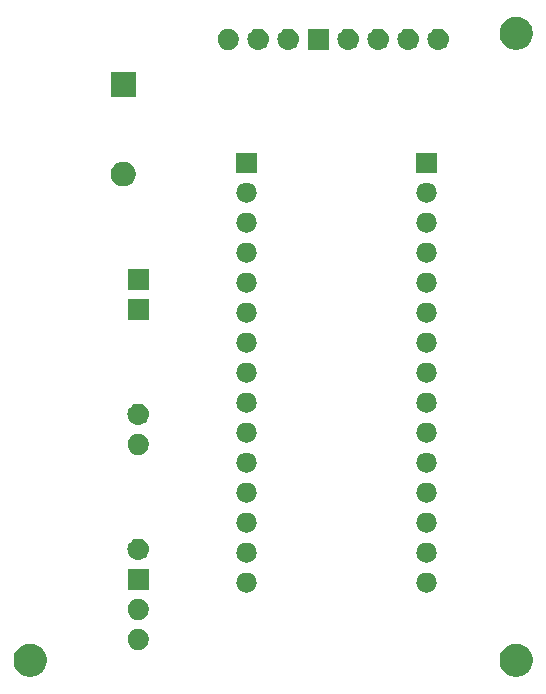
<source format=gbr>
G04 #@! TF.GenerationSoftware,KiCad,Pcbnew,(5.1.4)-1*
G04 #@! TF.CreationDate,2020-10-08T18:03:48-04:00*
G04 #@! TF.ProjectId,LapTimerBoard,4c617054-696d-4657-9242-6f6172642e6b,rev?*
G04 #@! TF.SameCoordinates,Original*
G04 #@! TF.FileFunction,Soldermask,Top*
G04 #@! TF.FilePolarity,Negative*
%FSLAX46Y46*%
G04 Gerber Fmt 4.6, Leading zero omitted, Abs format (unit mm)*
G04 Created by KiCad (PCBNEW (5.1.4)-1) date 2020-10-08 18:03:48*
%MOMM*%
%LPD*%
G04 APERTURE LIST*
%ADD10C,0.100000*%
G04 APERTURE END LIST*
D10*
G36*
X142812433Y-138842893D02*
G01*
X142902657Y-138860839D01*
X143008267Y-138904585D01*
X143157621Y-138966449D01*
X143157622Y-138966450D01*
X143387086Y-139119772D01*
X143582228Y-139314914D01*
X143592976Y-139331000D01*
X143735551Y-139544379D01*
X143841161Y-139799344D01*
X143895000Y-140070012D01*
X143895000Y-140345988D01*
X143841161Y-140616656D01*
X143735551Y-140871621D01*
X143735550Y-140871622D01*
X143582228Y-141101086D01*
X143387086Y-141296228D01*
X143233763Y-141398675D01*
X143157621Y-141449551D01*
X143008267Y-141511415D01*
X142902657Y-141555161D01*
X142812433Y-141573107D01*
X142631988Y-141609000D01*
X142356012Y-141609000D01*
X142175567Y-141573107D01*
X142085343Y-141555161D01*
X141979733Y-141511415D01*
X141830379Y-141449551D01*
X141754237Y-141398675D01*
X141600914Y-141296228D01*
X141405772Y-141101086D01*
X141252450Y-140871622D01*
X141252449Y-140871621D01*
X141146839Y-140616656D01*
X141093000Y-140345988D01*
X141093000Y-140070012D01*
X141146839Y-139799344D01*
X141252449Y-139544379D01*
X141395024Y-139331000D01*
X141405772Y-139314914D01*
X141600914Y-139119772D01*
X141830378Y-138966450D01*
X141830379Y-138966449D01*
X141979733Y-138904585D01*
X142085343Y-138860839D01*
X142175567Y-138842893D01*
X142356012Y-138807000D01*
X142631988Y-138807000D01*
X142812433Y-138842893D01*
X142812433Y-138842893D01*
G37*
G36*
X101664433Y-138842893D02*
G01*
X101754657Y-138860839D01*
X101860267Y-138904585D01*
X102009621Y-138966449D01*
X102009622Y-138966450D01*
X102239086Y-139119772D01*
X102434228Y-139314914D01*
X102444976Y-139331000D01*
X102587551Y-139544379D01*
X102693161Y-139799344D01*
X102747000Y-140070012D01*
X102747000Y-140345988D01*
X102693161Y-140616656D01*
X102587551Y-140871621D01*
X102587550Y-140871622D01*
X102434228Y-141101086D01*
X102239086Y-141296228D01*
X102085763Y-141398675D01*
X102009621Y-141449551D01*
X101860267Y-141511415D01*
X101754657Y-141555161D01*
X101664433Y-141573107D01*
X101483988Y-141609000D01*
X101208012Y-141609000D01*
X101027567Y-141573107D01*
X100937343Y-141555161D01*
X100831733Y-141511415D01*
X100682379Y-141449551D01*
X100606237Y-141398675D01*
X100452914Y-141296228D01*
X100257772Y-141101086D01*
X100104450Y-140871622D01*
X100104449Y-140871621D01*
X99998839Y-140616656D01*
X99945000Y-140345988D01*
X99945000Y-140070012D01*
X99998839Y-139799344D01*
X100104449Y-139544379D01*
X100247024Y-139331000D01*
X100257772Y-139314914D01*
X100452914Y-139119772D01*
X100682378Y-138966450D01*
X100682379Y-138966449D01*
X100831733Y-138904585D01*
X100937343Y-138860839D01*
X101027567Y-138842893D01*
X101208012Y-138807000D01*
X101483988Y-138807000D01*
X101664433Y-138842893D01*
X101664433Y-138842893D01*
G37*
G36*
X110603512Y-137533927D02*
G01*
X110752812Y-137563624D01*
X110916784Y-137631544D01*
X111064354Y-137730147D01*
X111189853Y-137855646D01*
X111288456Y-138003216D01*
X111356376Y-138167188D01*
X111391000Y-138341259D01*
X111391000Y-138518741D01*
X111356376Y-138692812D01*
X111288456Y-138856784D01*
X111189853Y-139004354D01*
X111064354Y-139129853D01*
X110916784Y-139228456D01*
X110752812Y-139296376D01*
X110603512Y-139326073D01*
X110578742Y-139331000D01*
X110401258Y-139331000D01*
X110376488Y-139326073D01*
X110227188Y-139296376D01*
X110063216Y-139228456D01*
X109915646Y-139129853D01*
X109790147Y-139004354D01*
X109691544Y-138856784D01*
X109623624Y-138692812D01*
X109589000Y-138518741D01*
X109589000Y-138341259D01*
X109623624Y-138167188D01*
X109691544Y-138003216D01*
X109790147Y-137855646D01*
X109915646Y-137730147D01*
X110063216Y-137631544D01*
X110227188Y-137563624D01*
X110376488Y-137533927D01*
X110401258Y-137529000D01*
X110578742Y-137529000D01*
X110603512Y-137533927D01*
X110603512Y-137533927D01*
G37*
G36*
X110603512Y-134993927D02*
G01*
X110752812Y-135023624D01*
X110916784Y-135091544D01*
X111064354Y-135190147D01*
X111189853Y-135315646D01*
X111288456Y-135463216D01*
X111356376Y-135627188D01*
X111391000Y-135801259D01*
X111391000Y-135978741D01*
X111356376Y-136152812D01*
X111288456Y-136316784D01*
X111189853Y-136464354D01*
X111064354Y-136589853D01*
X110916784Y-136688456D01*
X110752812Y-136756376D01*
X110603512Y-136786073D01*
X110578742Y-136791000D01*
X110401258Y-136791000D01*
X110376488Y-136786073D01*
X110227188Y-136756376D01*
X110063216Y-136688456D01*
X109915646Y-136589853D01*
X109790147Y-136464354D01*
X109691544Y-136316784D01*
X109623624Y-136152812D01*
X109589000Y-135978741D01*
X109589000Y-135801259D01*
X109623624Y-135627188D01*
X109691544Y-135463216D01*
X109790147Y-135315646D01*
X109915646Y-135190147D01*
X110063216Y-135091544D01*
X110227188Y-135023624D01*
X110376488Y-134993927D01*
X110401258Y-134989000D01*
X110578742Y-134989000D01*
X110603512Y-134993927D01*
X110603512Y-134993927D01*
G37*
G36*
X135071824Y-132786314D02*
G01*
X135232243Y-132834977D01*
X135364907Y-132905887D01*
X135380079Y-132913997D01*
X135509660Y-133020342D01*
X135616005Y-133149923D01*
X135616006Y-133149925D01*
X135695025Y-133297759D01*
X135743688Y-133458178D01*
X135760118Y-133625001D01*
X135743688Y-133791824D01*
X135695025Y-133952243D01*
X135624115Y-134084907D01*
X135616005Y-134100079D01*
X135509660Y-134229660D01*
X135380079Y-134336005D01*
X135380077Y-134336006D01*
X135232243Y-134415025D01*
X135071824Y-134463688D01*
X134946805Y-134476001D01*
X134863197Y-134476001D01*
X134738178Y-134463688D01*
X134577759Y-134415025D01*
X134429925Y-134336006D01*
X134429923Y-134336005D01*
X134300342Y-134229660D01*
X134193997Y-134100079D01*
X134185887Y-134084907D01*
X134114977Y-133952243D01*
X134066314Y-133791824D01*
X134049884Y-133625001D01*
X134066314Y-133458178D01*
X134114977Y-133297759D01*
X134193996Y-133149925D01*
X134193997Y-133149923D01*
X134300342Y-133020342D01*
X134429923Y-132913997D01*
X134445095Y-132905887D01*
X134577759Y-132834977D01*
X134738178Y-132786314D01*
X134863197Y-132774001D01*
X134946805Y-132774001D01*
X135071824Y-132786314D01*
X135071824Y-132786314D01*
G37*
G36*
X119831824Y-132786314D02*
G01*
X119992243Y-132834977D01*
X120124907Y-132905887D01*
X120140079Y-132913997D01*
X120269660Y-133020342D01*
X120376005Y-133149923D01*
X120376006Y-133149925D01*
X120455025Y-133297759D01*
X120503688Y-133458178D01*
X120520118Y-133625001D01*
X120503688Y-133791824D01*
X120455025Y-133952243D01*
X120384115Y-134084907D01*
X120376005Y-134100079D01*
X120269660Y-134229660D01*
X120140079Y-134336005D01*
X120140077Y-134336006D01*
X119992243Y-134415025D01*
X119831824Y-134463688D01*
X119706805Y-134476001D01*
X119623197Y-134476001D01*
X119498178Y-134463688D01*
X119337759Y-134415025D01*
X119189925Y-134336006D01*
X119189923Y-134336005D01*
X119060342Y-134229660D01*
X118953997Y-134100079D01*
X118945887Y-134084907D01*
X118874977Y-133952243D01*
X118826314Y-133791824D01*
X118809884Y-133625001D01*
X118826314Y-133458178D01*
X118874977Y-133297759D01*
X118953996Y-133149925D01*
X118953997Y-133149923D01*
X119060342Y-133020342D01*
X119189923Y-132913997D01*
X119205095Y-132905887D01*
X119337759Y-132834977D01*
X119498178Y-132786314D01*
X119623197Y-132774001D01*
X119706805Y-132774001D01*
X119831824Y-132786314D01*
X119831824Y-132786314D01*
G37*
G36*
X111391000Y-134251000D02*
G01*
X109589000Y-134251000D01*
X109589000Y-132449000D01*
X111391000Y-132449000D01*
X111391000Y-134251000D01*
X111391000Y-134251000D01*
G37*
G36*
X135071824Y-130246314D02*
G01*
X135232243Y-130294977D01*
X135364907Y-130365887D01*
X135380079Y-130373997D01*
X135509660Y-130480342D01*
X135616005Y-130609923D01*
X135616006Y-130609925D01*
X135695025Y-130757759D01*
X135743688Y-130918178D01*
X135760118Y-131085001D01*
X135743688Y-131251824D01*
X135695025Y-131412243D01*
X135674744Y-131450186D01*
X135616005Y-131560079D01*
X135509660Y-131689660D01*
X135380079Y-131796005D01*
X135380077Y-131796006D01*
X135232243Y-131875025D01*
X135071824Y-131923688D01*
X134946805Y-131936001D01*
X134863197Y-131936001D01*
X134738178Y-131923688D01*
X134577759Y-131875025D01*
X134429925Y-131796006D01*
X134429923Y-131796005D01*
X134300342Y-131689660D01*
X134193997Y-131560079D01*
X134135258Y-131450186D01*
X134114977Y-131412243D01*
X134066314Y-131251824D01*
X134049884Y-131085001D01*
X134066314Y-130918178D01*
X134114977Y-130757759D01*
X134193996Y-130609925D01*
X134193997Y-130609923D01*
X134300342Y-130480342D01*
X134429923Y-130373997D01*
X134445095Y-130365887D01*
X134577759Y-130294977D01*
X134738178Y-130246314D01*
X134863197Y-130234001D01*
X134946805Y-130234001D01*
X135071824Y-130246314D01*
X135071824Y-130246314D01*
G37*
G36*
X119831824Y-130246314D02*
G01*
X119992243Y-130294977D01*
X120124907Y-130365887D01*
X120140079Y-130373997D01*
X120269660Y-130480342D01*
X120376005Y-130609923D01*
X120376006Y-130609925D01*
X120455025Y-130757759D01*
X120503688Y-130918178D01*
X120520118Y-131085001D01*
X120503688Y-131251824D01*
X120455025Y-131412243D01*
X120434744Y-131450186D01*
X120376005Y-131560079D01*
X120269660Y-131689660D01*
X120140079Y-131796005D01*
X120140077Y-131796006D01*
X119992243Y-131875025D01*
X119831824Y-131923688D01*
X119706805Y-131936001D01*
X119623197Y-131936001D01*
X119498178Y-131923688D01*
X119337759Y-131875025D01*
X119189925Y-131796006D01*
X119189923Y-131796005D01*
X119060342Y-131689660D01*
X118953997Y-131560079D01*
X118895258Y-131450186D01*
X118874977Y-131412243D01*
X118826314Y-131251824D01*
X118809884Y-131085001D01*
X118826314Y-130918178D01*
X118874977Y-130757759D01*
X118953996Y-130609925D01*
X118953997Y-130609923D01*
X119060342Y-130480342D01*
X119189923Y-130373997D01*
X119205095Y-130365887D01*
X119337759Y-130294977D01*
X119498178Y-130246314D01*
X119623197Y-130234001D01*
X119706805Y-130234001D01*
X119831824Y-130246314D01*
X119831824Y-130246314D01*
G37*
G36*
X110600442Y-129915518D02*
G01*
X110666627Y-129922037D01*
X110836466Y-129973557D01*
X110992991Y-130057222D01*
X111028729Y-130086552D01*
X111130186Y-130169814D01*
X111213448Y-130271271D01*
X111242778Y-130307009D01*
X111326443Y-130463534D01*
X111377963Y-130633373D01*
X111395359Y-130810000D01*
X111377963Y-130986627D01*
X111326443Y-131156466D01*
X111242778Y-131312991D01*
X111213448Y-131348729D01*
X111130186Y-131450186D01*
X111028729Y-131533448D01*
X110992991Y-131562778D01*
X110836466Y-131646443D01*
X110666627Y-131697963D01*
X110600443Y-131704481D01*
X110534260Y-131711000D01*
X110445740Y-131711000D01*
X110379557Y-131704481D01*
X110313373Y-131697963D01*
X110143534Y-131646443D01*
X109987009Y-131562778D01*
X109951271Y-131533448D01*
X109849814Y-131450186D01*
X109766552Y-131348729D01*
X109737222Y-131312991D01*
X109653557Y-131156466D01*
X109602037Y-130986627D01*
X109584641Y-130810000D01*
X109602037Y-130633373D01*
X109653557Y-130463534D01*
X109737222Y-130307009D01*
X109766552Y-130271271D01*
X109849814Y-130169814D01*
X109951271Y-130086552D01*
X109987009Y-130057222D01*
X110143534Y-129973557D01*
X110313373Y-129922037D01*
X110379558Y-129915518D01*
X110445740Y-129909000D01*
X110534260Y-129909000D01*
X110600442Y-129915518D01*
X110600442Y-129915518D01*
G37*
G36*
X119831824Y-127706314D02*
G01*
X119992243Y-127754977D01*
X120124907Y-127825887D01*
X120140079Y-127833997D01*
X120269660Y-127940342D01*
X120376005Y-128069923D01*
X120376006Y-128069925D01*
X120455025Y-128217759D01*
X120503688Y-128378178D01*
X120520118Y-128545001D01*
X120503688Y-128711824D01*
X120455025Y-128872243D01*
X120384115Y-129004907D01*
X120376005Y-129020079D01*
X120269660Y-129149660D01*
X120140079Y-129256005D01*
X120140077Y-129256006D01*
X119992243Y-129335025D01*
X119831824Y-129383688D01*
X119706805Y-129396001D01*
X119623197Y-129396001D01*
X119498178Y-129383688D01*
X119337759Y-129335025D01*
X119189925Y-129256006D01*
X119189923Y-129256005D01*
X119060342Y-129149660D01*
X118953997Y-129020079D01*
X118945887Y-129004907D01*
X118874977Y-128872243D01*
X118826314Y-128711824D01*
X118809884Y-128545001D01*
X118826314Y-128378178D01*
X118874977Y-128217759D01*
X118953996Y-128069925D01*
X118953997Y-128069923D01*
X119060342Y-127940342D01*
X119189923Y-127833997D01*
X119205095Y-127825887D01*
X119337759Y-127754977D01*
X119498178Y-127706314D01*
X119623197Y-127694001D01*
X119706805Y-127694001D01*
X119831824Y-127706314D01*
X119831824Y-127706314D01*
G37*
G36*
X135071824Y-127706314D02*
G01*
X135232243Y-127754977D01*
X135364907Y-127825887D01*
X135380079Y-127833997D01*
X135509660Y-127940342D01*
X135616005Y-128069923D01*
X135616006Y-128069925D01*
X135695025Y-128217759D01*
X135743688Y-128378178D01*
X135760118Y-128545001D01*
X135743688Y-128711824D01*
X135695025Y-128872243D01*
X135624115Y-129004907D01*
X135616005Y-129020079D01*
X135509660Y-129149660D01*
X135380079Y-129256005D01*
X135380077Y-129256006D01*
X135232243Y-129335025D01*
X135071824Y-129383688D01*
X134946805Y-129396001D01*
X134863197Y-129396001D01*
X134738178Y-129383688D01*
X134577759Y-129335025D01*
X134429925Y-129256006D01*
X134429923Y-129256005D01*
X134300342Y-129149660D01*
X134193997Y-129020079D01*
X134185887Y-129004907D01*
X134114977Y-128872243D01*
X134066314Y-128711824D01*
X134049884Y-128545001D01*
X134066314Y-128378178D01*
X134114977Y-128217759D01*
X134193996Y-128069925D01*
X134193997Y-128069923D01*
X134300342Y-127940342D01*
X134429923Y-127833997D01*
X134445095Y-127825887D01*
X134577759Y-127754977D01*
X134738178Y-127706314D01*
X134863197Y-127694001D01*
X134946805Y-127694001D01*
X135071824Y-127706314D01*
X135071824Y-127706314D01*
G37*
G36*
X119831824Y-125166314D02*
G01*
X119992243Y-125214977D01*
X120124907Y-125285887D01*
X120140079Y-125293997D01*
X120269660Y-125400342D01*
X120376005Y-125529923D01*
X120376006Y-125529925D01*
X120455025Y-125677759D01*
X120503688Y-125838178D01*
X120520118Y-126005001D01*
X120503688Y-126171824D01*
X120455025Y-126332243D01*
X120384115Y-126464907D01*
X120376005Y-126480079D01*
X120269660Y-126609660D01*
X120140079Y-126716005D01*
X120140077Y-126716006D01*
X119992243Y-126795025D01*
X119831824Y-126843688D01*
X119706805Y-126856001D01*
X119623197Y-126856001D01*
X119498178Y-126843688D01*
X119337759Y-126795025D01*
X119189925Y-126716006D01*
X119189923Y-126716005D01*
X119060342Y-126609660D01*
X118953997Y-126480079D01*
X118945887Y-126464907D01*
X118874977Y-126332243D01*
X118826314Y-126171824D01*
X118809884Y-126005001D01*
X118826314Y-125838178D01*
X118874977Y-125677759D01*
X118953996Y-125529925D01*
X118953997Y-125529923D01*
X119060342Y-125400342D01*
X119189923Y-125293997D01*
X119205095Y-125285887D01*
X119337759Y-125214977D01*
X119498178Y-125166314D01*
X119623197Y-125154001D01*
X119706805Y-125154001D01*
X119831824Y-125166314D01*
X119831824Y-125166314D01*
G37*
G36*
X135071824Y-125166314D02*
G01*
X135232243Y-125214977D01*
X135364907Y-125285887D01*
X135380079Y-125293997D01*
X135509660Y-125400342D01*
X135616005Y-125529923D01*
X135616006Y-125529925D01*
X135695025Y-125677759D01*
X135743688Y-125838178D01*
X135760118Y-126005001D01*
X135743688Y-126171824D01*
X135695025Y-126332243D01*
X135624115Y-126464907D01*
X135616005Y-126480079D01*
X135509660Y-126609660D01*
X135380079Y-126716005D01*
X135380077Y-126716006D01*
X135232243Y-126795025D01*
X135071824Y-126843688D01*
X134946805Y-126856001D01*
X134863197Y-126856001D01*
X134738178Y-126843688D01*
X134577759Y-126795025D01*
X134429925Y-126716006D01*
X134429923Y-126716005D01*
X134300342Y-126609660D01*
X134193997Y-126480079D01*
X134185887Y-126464907D01*
X134114977Y-126332243D01*
X134066314Y-126171824D01*
X134049884Y-126005001D01*
X134066314Y-125838178D01*
X134114977Y-125677759D01*
X134193996Y-125529925D01*
X134193997Y-125529923D01*
X134300342Y-125400342D01*
X134429923Y-125293997D01*
X134445095Y-125285887D01*
X134577759Y-125214977D01*
X134738178Y-125166314D01*
X134863197Y-125154001D01*
X134946805Y-125154001D01*
X135071824Y-125166314D01*
X135071824Y-125166314D01*
G37*
G36*
X119831824Y-122626314D02*
G01*
X119992243Y-122674977D01*
X120073586Y-122718456D01*
X120140079Y-122753997D01*
X120269660Y-122860342D01*
X120376005Y-122989923D01*
X120376006Y-122989925D01*
X120455025Y-123137759D01*
X120503688Y-123298178D01*
X120520118Y-123465001D01*
X120503688Y-123631824D01*
X120455025Y-123792243D01*
X120384115Y-123924907D01*
X120376005Y-123940079D01*
X120269660Y-124069660D01*
X120140079Y-124176005D01*
X120140077Y-124176006D01*
X119992243Y-124255025D01*
X119831824Y-124303688D01*
X119706805Y-124316001D01*
X119623197Y-124316001D01*
X119498178Y-124303688D01*
X119337759Y-124255025D01*
X119189925Y-124176006D01*
X119189923Y-124176005D01*
X119060342Y-124069660D01*
X118953997Y-123940079D01*
X118945887Y-123924907D01*
X118874977Y-123792243D01*
X118826314Y-123631824D01*
X118809884Y-123465001D01*
X118826314Y-123298178D01*
X118874977Y-123137759D01*
X118953996Y-122989925D01*
X118953997Y-122989923D01*
X119060342Y-122860342D01*
X119189923Y-122753997D01*
X119256416Y-122718456D01*
X119337759Y-122674977D01*
X119498178Y-122626314D01*
X119623197Y-122614001D01*
X119706805Y-122614001D01*
X119831824Y-122626314D01*
X119831824Y-122626314D01*
G37*
G36*
X135071824Y-122626314D02*
G01*
X135232243Y-122674977D01*
X135313586Y-122718456D01*
X135380079Y-122753997D01*
X135509660Y-122860342D01*
X135616005Y-122989923D01*
X135616006Y-122989925D01*
X135695025Y-123137759D01*
X135743688Y-123298178D01*
X135760118Y-123465001D01*
X135743688Y-123631824D01*
X135695025Y-123792243D01*
X135624115Y-123924907D01*
X135616005Y-123940079D01*
X135509660Y-124069660D01*
X135380079Y-124176005D01*
X135380077Y-124176006D01*
X135232243Y-124255025D01*
X135071824Y-124303688D01*
X134946805Y-124316001D01*
X134863197Y-124316001D01*
X134738178Y-124303688D01*
X134577759Y-124255025D01*
X134429925Y-124176006D01*
X134429923Y-124176005D01*
X134300342Y-124069660D01*
X134193997Y-123940079D01*
X134185887Y-123924907D01*
X134114977Y-123792243D01*
X134066314Y-123631824D01*
X134049884Y-123465001D01*
X134066314Y-123298178D01*
X134114977Y-123137759D01*
X134193996Y-122989925D01*
X134193997Y-122989923D01*
X134300342Y-122860342D01*
X134429923Y-122753997D01*
X134496416Y-122718456D01*
X134577759Y-122674977D01*
X134738178Y-122626314D01*
X134863197Y-122614001D01*
X134946805Y-122614001D01*
X135071824Y-122626314D01*
X135071824Y-122626314D01*
G37*
G36*
X110603512Y-121023927D02*
G01*
X110752812Y-121053624D01*
X110916784Y-121121544D01*
X111064354Y-121220147D01*
X111189853Y-121345646D01*
X111288456Y-121493216D01*
X111356376Y-121657188D01*
X111391000Y-121831259D01*
X111391000Y-122008741D01*
X111356376Y-122182812D01*
X111288456Y-122346784D01*
X111189853Y-122494354D01*
X111064354Y-122619853D01*
X110916784Y-122718456D01*
X110752812Y-122786376D01*
X110603512Y-122816073D01*
X110578742Y-122821000D01*
X110401258Y-122821000D01*
X110376488Y-122816073D01*
X110227188Y-122786376D01*
X110063216Y-122718456D01*
X109915646Y-122619853D01*
X109790147Y-122494354D01*
X109691544Y-122346784D01*
X109623624Y-122182812D01*
X109589000Y-122008741D01*
X109589000Y-121831259D01*
X109623624Y-121657188D01*
X109691544Y-121493216D01*
X109790147Y-121345646D01*
X109915646Y-121220147D01*
X110063216Y-121121544D01*
X110227188Y-121053624D01*
X110376488Y-121023927D01*
X110401258Y-121019000D01*
X110578742Y-121019000D01*
X110603512Y-121023927D01*
X110603512Y-121023927D01*
G37*
G36*
X119831824Y-120086314D02*
G01*
X119992243Y-120134977D01*
X120124907Y-120205887D01*
X120140079Y-120213997D01*
X120269660Y-120320342D01*
X120376005Y-120449923D01*
X120376006Y-120449925D01*
X120455025Y-120597759D01*
X120503688Y-120758178D01*
X120520118Y-120925001D01*
X120503688Y-121091824D01*
X120455025Y-121252243D01*
X120405100Y-121345646D01*
X120376005Y-121400079D01*
X120269660Y-121529660D01*
X120140079Y-121636005D01*
X120140077Y-121636006D01*
X119992243Y-121715025D01*
X119831824Y-121763688D01*
X119706805Y-121776001D01*
X119623197Y-121776001D01*
X119498178Y-121763688D01*
X119337759Y-121715025D01*
X119189925Y-121636006D01*
X119189923Y-121636005D01*
X119060342Y-121529660D01*
X118953997Y-121400079D01*
X118924902Y-121345646D01*
X118874977Y-121252243D01*
X118826314Y-121091824D01*
X118809884Y-120925001D01*
X118826314Y-120758178D01*
X118874977Y-120597759D01*
X118953996Y-120449925D01*
X118953997Y-120449923D01*
X119060342Y-120320342D01*
X119189923Y-120213997D01*
X119205095Y-120205887D01*
X119337759Y-120134977D01*
X119498178Y-120086314D01*
X119623197Y-120074001D01*
X119706805Y-120074001D01*
X119831824Y-120086314D01*
X119831824Y-120086314D01*
G37*
G36*
X135071824Y-120086314D02*
G01*
X135232243Y-120134977D01*
X135364907Y-120205887D01*
X135380079Y-120213997D01*
X135509660Y-120320342D01*
X135616005Y-120449923D01*
X135616006Y-120449925D01*
X135695025Y-120597759D01*
X135743688Y-120758178D01*
X135760118Y-120925001D01*
X135743688Y-121091824D01*
X135695025Y-121252243D01*
X135645100Y-121345646D01*
X135616005Y-121400079D01*
X135509660Y-121529660D01*
X135380079Y-121636005D01*
X135380077Y-121636006D01*
X135232243Y-121715025D01*
X135071824Y-121763688D01*
X134946805Y-121776001D01*
X134863197Y-121776001D01*
X134738178Y-121763688D01*
X134577759Y-121715025D01*
X134429925Y-121636006D01*
X134429923Y-121636005D01*
X134300342Y-121529660D01*
X134193997Y-121400079D01*
X134164902Y-121345646D01*
X134114977Y-121252243D01*
X134066314Y-121091824D01*
X134049884Y-120925001D01*
X134066314Y-120758178D01*
X134114977Y-120597759D01*
X134193996Y-120449925D01*
X134193997Y-120449923D01*
X134300342Y-120320342D01*
X134429923Y-120213997D01*
X134445095Y-120205887D01*
X134577759Y-120134977D01*
X134738178Y-120086314D01*
X134863197Y-120074001D01*
X134946805Y-120074001D01*
X135071824Y-120086314D01*
X135071824Y-120086314D01*
G37*
G36*
X110600442Y-118485518D02*
G01*
X110666627Y-118492037D01*
X110836466Y-118543557D01*
X110992991Y-118627222D01*
X111028729Y-118656552D01*
X111130186Y-118739814D01*
X111213448Y-118841271D01*
X111242778Y-118877009D01*
X111326443Y-119033534D01*
X111377963Y-119203373D01*
X111395359Y-119380000D01*
X111377963Y-119556627D01*
X111326443Y-119726466D01*
X111242778Y-119882991D01*
X111213448Y-119918729D01*
X111130186Y-120020186D01*
X111049606Y-120086315D01*
X110992991Y-120132778D01*
X110836466Y-120216443D01*
X110666627Y-120267963D01*
X110600442Y-120274482D01*
X110534260Y-120281000D01*
X110445740Y-120281000D01*
X110379558Y-120274482D01*
X110313373Y-120267963D01*
X110143534Y-120216443D01*
X109987009Y-120132778D01*
X109930394Y-120086315D01*
X109849814Y-120020186D01*
X109766552Y-119918729D01*
X109737222Y-119882991D01*
X109653557Y-119726466D01*
X109602037Y-119556627D01*
X109584641Y-119380000D01*
X109602037Y-119203373D01*
X109653557Y-119033534D01*
X109737222Y-118877009D01*
X109766552Y-118841271D01*
X109849814Y-118739814D01*
X109951271Y-118656552D01*
X109987009Y-118627222D01*
X110143534Y-118543557D01*
X110313373Y-118492037D01*
X110379558Y-118485518D01*
X110445740Y-118479000D01*
X110534260Y-118479000D01*
X110600442Y-118485518D01*
X110600442Y-118485518D01*
G37*
G36*
X135071824Y-117546314D02*
G01*
X135232243Y-117594977D01*
X135364907Y-117665887D01*
X135380079Y-117673997D01*
X135509660Y-117780342D01*
X135616005Y-117909923D01*
X135616006Y-117909925D01*
X135695025Y-118057759D01*
X135743688Y-118218178D01*
X135760118Y-118385001D01*
X135743688Y-118551824D01*
X135695025Y-118712243D01*
X135680288Y-118739814D01*
X135616005Y-118860079D01*
X135509660Y-118989660D01*
X135380079Y-119096005D01*
X135380077Y-119096006D01*
X135232243Y-119175025D01*
X135071824Y-119223688D01*
X134946805Y-119236001D01*
X134863197Y-119236001D01*
X134738178Y-119223688D01*
X134577759Y-119175025D01*
X134429925Y-119096006D01*
X134429923Y-119096005D01*
X134300342Y-118989660D01*
X134193997Y-118860079D01*
X134129714Y-118739814D01*
X134114977Y-118712243D01*
X134066314Y-118551824D01*
X134049884Y-118385001D01*
X134066314Y-118218178D01*
X134114977Y-118057759D01*
X134193996Y-117909925D01*
X134193997Y-117909923D01*
X134300342Y-117780342D01*
X134429923Y-117673997D01*
X134445095Y-117665887D01*
X134577759Y-117594977D01*
X134738178Y-117546314D01*
X134863197Y-117534001D01*
X134946805Y-117534001D01*
X135071824Y-117546314D01*
X135071824Y-117546314D01*
G37*
G36*
X119831824Y-117546314D02*
G01*
X119992243Y-117594977D01*
X120124907Y-117665887D01*
X120140079Y-117673997D01*
X120269660Y-117780342D01*
X120376005Y-117909923D01*
X120376006Y-117909925D01*
X120455025Y-118057759D01*
X120503688Y-118218178D01*
X120520118Y-118385001D01*
X120503688Y-118551824D01*
X120455025Y-118712243D01*
X120440288Y-118739814D01*
X120376005Y-118860079D01*
X120269660Y-118989660D01*
X120140079Y-119096005D01*
X120140077Y-119096006D01*
X119992243Y-119175025D01*
X119831824Y-119223688D01*
X119706805Y-119236001D01*
X119623197Y-119236001D01*
X119498178Y-119223688D01*
X119337759Y-119175025D01*
X119189925Y-119096006D01*
X119189923Y-119096005D01*
X119060342Y-118989660D01*
X118953997Y-118860079D01*
X118889714Y-118739814D01*
X118874977Y-118712243D01*
X118826314Y-118551824D01*
X118809884Y-118385001D01*
X118826314Y-118218178D01*
X118874977Y-118057759D01*
X118953996Y-117909925D01*
X118953997Y-117909923D01*
X119060342Y-117780342D01*
X119189923Y-117673997D01*
X119205095Y-117665887D01*
X119337759Y-117594977D01*
X119498178Y-117546314D01*
X119623197Y-117534001D01*
X119706805Y-117534001D01*
X119831824Y-117546314D01*
X119831824Y-117546314D01*
G37*
G36*
X135071824Y-115006314D02*
G01*
X135232243Y-115054977D01*
X135364907Y-115125887D01*
X135380079Y-115133997D01*
X135509660Y-115240342D01*
X135616005Y-115369923D01*
X135616006Y-115369925D01*
X135695025Y-115517759D01*
X135743688Y-115678178D01*
X135760118Y-115845001D01*
X135743688Y-116011824D01*
X135695025Y-116172243D01*
X135624115Y-116304907D01*
X135616005Y-116320079D01*
X135509660Y-116449660D01*
X135380079Y-116556005D01*
X135380077Y-116556006D01*
X135232243Y-116635025D01*
X135071824Y-116683688D01*
X134946805Y-116696001D01*
X134863197Y-116696001D01*
X134738178Y-116683688D01*
X134577759Y-116635025D01*
X134429925Y-116556006D01*
X134429923Y-116556005D01*
X134300342Y-116449660D01*
X134193997Y-116320079D01*
X134185887Y-116304907D01*
X134114977Y-116172243D01*
X134066314Y-116011824D01*
X134049884Y-115845001D01*
X134066314Y-115678178D01*
X134114977Y-115517759D01*
X134193996Y-115369925D01*
X134193997Y-115369923D01*
X134300342Y-115240342D01*
X134429923Y-115133997D01*
X134445095Y-115125887D01*
X134577759Y-115054977D01*
X134738178Y-115006314D01*
X134863197Y-114994001D01*
X134946805Y-114994001D01*
X135071824Y-115006314D01*
X135071824Y-115006314D01*
G37*
G36*
X119831824Y-115006314D02*
G01*
X119992243Y-115054977D01*
X120124907Y-115125887D01*
X120140079Y-115133997D01*
X120269660Y-115240342D01*
X120376005Y-115369923D01*
X120376006Y-115369925D01*
X120455025Y-115517759D01*
X120503688Y-115678178D01*
X120520118Y-115845001D01*
X120503688Y-116011824D01*
X120455025Y-116172243D01*
X120384115Y-116304907D01*
X120376005Y-116320079D01*
X120269660Y-116449660D01*
X120140079Y-116556005D01*
X120140077Y-116556006D01*
X119992243Y-116635025D01*
X119831824Y-116683688D01*
X119706805Y-116696001D01*
X119623197Y-116696001D01*
X119498178Y-116683688D01*
X119337759Y-116635025D01*
X119189925Y-116556006D01*
X119189923Y-116556005D01*
X119060342Y-116449660D01*
X118953997Y-116320079D01*
X118945887Y-116304907D01*
X118874977Y-116172243D01*
X118826314Y-116011824D01*
X118809884Y-115845001D01*
X118826314Y-115678178D01*
X118874977Y-115517759D01*
X118953996Y-115369925D01*
X118953997Y-115369923D01*
X119060342Y-115240342D01*
X119189923Y-115133997D01*
X119205095Y-115125887D01*
X119337759Y-115054977D01*
X119498178Y-115006314D01*
X119623197Y-114994001D01*
X119706805Y-114994001D01*
X119831824Y-115006314D01*
X119831824Y-115006314D01*
G37*
G36*
X135071824Y-112466314D02*
G01*
X135232243Y-112514977D01*
X135364907Y-112585887D01*
X135380079Y-112593997D01*
X135509660Y-112700342D01*
X135616005Y-112829923D01*
X135616006Y-112829925D01*
X135695025Y-112977759D01*
X135743688Y-113138178D01*
X135760118Y-113305001D01*
X135743688Y-113471824D01*
X135695025Y-113632243D01*
X135624115Y-113764907D01*
X135616005Y-113780079D01*
X135509660Y-113909660D01*
X135380079Y-114016005D01*
X135380077Y-114016006D01*
X135232243Y-114095025D01*
X135071824Y-114143688D01*
X134946805Y-114156001D01*
X134863197Y-114156001D01*
X134738178Y-114143688D01*
X134577759Y-114095025D01*
X134429925Y-114016006D01*
X134429923Y-114016005D01*
X134300342Y-113909660D01*
X134193997Y-113780079D01*
X134185887Y-113764907D01*
X134114977Y-113632243D01*
X134066314Y-113471824D01*
X134049884Y-113305001D01*
X134066314Y-113138178D01*
X134114977Y-112977759D01*
X134193996Y-112829925D01*
X134193997Y-112829923D01*
X134300342Y-112700342D01*
X134429923Y-112593997D01*
X134445095Y-112585887D01*
X134577759Y-112514977D01*
X134738178Y-112466314D01*
X134863197Y-112454001D01*
X134946805Y-112454001D01*
X135071824Y-112466314D01*
X135071824Y-112466314D01*
G37*
G36*
X119831824Y-112466314D02*
G01*
X119992243Y-112514977D01*
X120124907Y-112585887D01*
X120140079Y-112593997D01*
X120269660Y-112700342D01*
X120376005Y-112829923D01*
X120376006Y-112829925D01*
X120455025Y-112977759D01*
X120503688Y-113138178D01*
X120520118Y-113305001D01*
X120503688Y-113471824D01*
X120455025Y-113632243D01*
X120384115Y-113764907D01*
X120376005Y-113780079D01*
X120269660Y-113909660D01*
X120140079Y-114016005D01*
X120140077Y-114016006D01*
X119992243Y-114095025D01*
X119831824Y-114143688D01*
X119706805Y-114156001D01*
X119623197Y-114156001D01*
X119498178Y-114143688D01*
X119337759Y-114095025D01*
X119189925Y-114016006D01*
X119189923Y-114016005D01*
X119060342Y-113909660D01*
X118953997Y-113780079D01*
X118945887Y-113764907D01*
X118874977Y-113632243D01*
X118826314Y-113471824D01*
X118809884Y-113305001D01*
X118826314Y-113138178D01*
X118874977Y-112977759D01*
X118953996Y-112829925D01*
X118953997Y-112829923D01*
X119060342Y-112700342D01*
X119189923Y-112593997D01*
X119205095Y-112585887D01*
X119337759Y-112514977D01*
X119498178Y-112466314D01*
X119623197Y-112454001D01*
X119706805Y-112454001D01*
X119831824Y-112466314D01*
X119831824Y-112466314D01*
G37*
G36*
X119831824Y-109926314D02*
G01*
X119992243Y-109974977D01*
X120124907Y-110045887D01*
X120140079Y-110053997D01*
X120269660Y-110160342D01*
X120376005Y-110289923D01*
X120376006Y-110289925D01*
X120455025Y-110437759D01*
X120503688Y-110598178D01*
X120520118Y-110765001D01*
X120503688Y-110931824D01*
X120455025Y-111092243D01*
X120384115Y-111224907D01*
X120376005Y-111240079D01*
X120269660Y-111369660D01*
X120140079Y-111476005D01*
X120140077Y-111476006D01*
X119992243Y-111555025D01*
X119831824Y-111603688D01*
X119706805Y-111616001D01*
X119623197Y-111616001D01*
X119498178Y-111603688D01*
X119337759Y-111555025D01*
X119189925Y-111476006D01*
X119189923Y-111476005D01*
X119060342Y-111369660D01*
X118953997Y-111240079D01*
X118945887Y-111224907D01*
X118874977Y-111092243D01*
X118826314Y-110931824D01*
X118809884Y-110765001D01*
X118826314Y-110598178D01*
X118874977Y-110437759D01*
X118953996Y-110289925D01*
X118953997Y-110289923D01*
X119060342Y-110160342D01*
X119189923Y-110053997D01*
X119205095Y-110045887D01*
X119337759Y-109974977D01*
X119498178Y-109926314D01*
X119623197Y-109914001D01*
X119706805Y-109914001D01*
X119831824Y-109926314D01*
X119831824Y-109926314D01*
G37*
G36*
X135071824Y-109926314D02*
G01*
X135232243Y-109974977D01*
X135364907Y-110045887D01*
X135380079Y-110053997D01*
X135509660Y-110160342D01*
X135616005Y-110289923D01*
X135616006Y-110289925D01*
X135695025Y-110437759D01*
X135743688Y-110598178D01*
X135760118Y-110765001D01*
X135743688Y-110931824D01*
X135695025Y-111092243D01*
X135624115Y-111224907D01*
X135616005Y-111240079D01*
X135509660Y-111369660D01*
X135380079Y-111476005D01*
X135380077Y-111476006D01*
X135232243Y-111555025D01*
X135071824Y-111603688D01*
X134946805Y-111616001D01*
X134863197Y-111616001D01*
X134738178Y-111603688D01*
X134577759Y-111555025D01*
X134429925Y-111476006D01*
X134429923Y-111476005D01*
X134300342Y-111369660D01*
X134193997Y-111240079D01*
X134185887Y-111224907D01*
X134114977Y-111092243D01*
X134066314Y-110931824D01*
X134049884Y-110765001D01*
X134066314Y-110598178D01*
X134114977Y-110437759D01*
X134193996Y-110289925D01*
X134193997Y-110289923D01*
X134300342Y-110160342D01*
X134429923Y-110053997D01*
X134445095Y-110045887D01*
X134577759Y-109974977D01*
X134738178Y-109926314D01*
X134863197Y-109914001D01*
X134946805Y-109914001D01*
X135071824Y-109926314D01*
X135071824Y-109926314D01*
G37*
G36*
X111391000Y-111391000D02*
G01*
X109589000Y-111391000D01*
X109589000Y-109589000D01*
X111391000Y-109589000D01*
X111391000Y-111391000D01*
X111391000Y-111391000D01*
G37*
G36*
X119831824Y-107386314D02*
G01*
X119992243Y-107434977D01*
X120124907Y-107505887D01*
X120140079Y-107513997D01*
X120269660Y-107620342D01*
X120376005Y-107749923D01*
X120376006Y-107749925D01*
X120455025Y-107897759D01*
X120503688Y-108058178D01*
X120520118Y-108225001D01*
X120503688Y-108391824D01*
X120455025Y-108552243D01*
X120384115Y-108684907D01*
X120376005Y-108700079D01*
X120269660Y-108829660D01*
X120140079Y-108936005D01*
X120140077Y-108936006D01*
X119992243Y-109015025D01*
X119831824Y-109063688D01*
X119706805Y-109076001D01*
X119623197Y-109076001D01*
X119498178Y-109063688D01*
X119337759Y-109015025D01*
X119189925Y-108936006D01*
X119189923Y-108936005D01*
X119060342Y-108829660D01*
X118953997Y-108700079D01*
X118945887Y-108684907D01*
X118874977Y-108552243D01*
X118826314Y-108391824D01*
X118809884Y-108225001D01*
X118826314Y-108058178D01*
X118874977Y-107897759D01*
X118953996Y-107749925D01*
X118953997Y-107749923D01*
X119060342Y-107620342D01*
X119189923Y-107513997D01*
X119205095Y-107505887D01*
X119337759Y-107434977D01*
X119498178Y-107386314D01*
X119623197Y-107374001D01*
X119706805Y-107374001D01*
X119831824Y-107386314D01*
X119831824Y-107386314D01*
G37*
G36*
X135071824Y-107386314D02*
G01*
X135232243Y-107434977D01*
X135364907Y-107505887D01*
X135380079Y-107513997D01*
X135509660Y-107620342D01*
X135616005Y-107749923D01*
X135616006Y-107749925D01*
X135695025Y-107897759D01*
X135743688Y-108058178D01*
X135760118Y-108225001D01*
X135743688Y-108391824D01*
X135695025Y-108552243D01*
X135624115Y-108684907D01*
X135616005Y-108700079D01*
X135509660Y-108829660D01*
X135380079Y-108936005D01*
X135380077Y-108936006D01*
X135232243Y-109015025D01*
X135071824Y-109063688D01*
X134946805Y-109076001D01*
X134863197Y-109076001D01*
X134738178Y-109063688D01*
X134577759Y-109015025D01*
X134429925Y-108936006D01*
X134429923Y-108936005D01*
X134300342Y-108829660D01*
X134193997Y-108700079D01*
X134185887Y-108684907D01*
X134114977Y-108552243D01*
X134066314Y-108391824D01*
X134049884Y-108225001D01*
X134066314Y-108058178D01*
X134114977Y-107897759D01*
X134193996Y-107749925D01*
X134193997Y-107749923D01*
X134300342Y-107620342D01*
X134429923Y-107513997D01*
X134445095Y-107505887D01*
X134577759Y-107434977D01*
X134738178Y-107386314D01*
X134863197Y-107374001D01*
X134946805Y-107374001D01*
X135071824Y-107386314D01*
X135071824Y-107386314D01*
G37*
G36*
X111391000Y-108851000D02*
G01*
X109589000Y-108851000D01*
X109589000Y-107049000D01*
X111391000Y-107049000D01*
X111391000Y-108851000D01*
X111391000Y-108851000D01*
G37*
G36*
X119831824Y-104846314D02*
G01*
X119992243Y-104894977D01*
X120124907Y-104965887D01*
X120140079Y-104973997D01*
X120269660Y-105080342D01*
X120376005Y-105209923D01*
X120376006Y-105209925D01*
X120455025Y-105357759D01*
X120503688Y-105518178D01*
X120520118Y-105685001D01*
X120503688Y-105851824D01*
X120455025Y-106012243D01*
X120384115Y-106144907D01*
X120376005Y-106160079D01*
X120269660Y-106289660D01*
X120140079Y-106396005D01*
X120140077Y-106396006D01*
X119992243Y-106475025D01*
X119831824Y-106523688D01*
X119706805Y-106536001D01*
X119623197Y-106536001D01*
X119498178Y-106523688D01*
X119337759Y-106475025D01*
X119189925Y-106396006D01*
X119189923Y-106396005D01*
X119060342Y-106289660D01*
X118953997Y-106160079D01*
X118945887Y-106144907D01*
X118874977Y-106012243D01*
X118826314Y-105851824D01*
X118809884Y-105685001D01*
X118826314Y-105518178D01*
X118874977Y-105357759D01*
X118953996Y-105209925D01*
X118953997Y-105209923D01*
X119060342Y-105080342D01*
X119189923Y-104973997D01*
X119205095Y-104965887D01*
X119337759Y-104894977D01*
X119498178Y-104846314D01*
X119623197Y-104834001D01*
X119706805Y-104834001D01*
X119831824Y-104846314D01*
X119831824Y-104846314D01*
G37*
G36*
X135071824Y-104846314D02*
G01*
X135232243Y-104894977D01*
X135364907Y-104965887D01*
X135380079Y-104973997D01*
X135509660Y-105080342D01*
X135616005Y-105209923D01*
X135616006Y-105209925D01*
X135695025Y-105357759D01*
X135743688Y-105518178D01*
X135760118Y-105685001D01*
X135743688Y-105851824D01*
X135695025Y-106012243D01*
X135624115Y-106144907D01*
X135616005Y-106160079D01*
X135509660Y-106289660D01*
X135380079Y-106396005D01*
X135380077Y-106396006D01*
X135232243Y-106475025D01*
X135071824Y-106523688D01*
X134946805Y-106536001D01*
X134863197Y-106536001D01*
X134738178Y-106523688D01*
X134577759Y-106475025D01*
X134429925Y-106396006D01*
X134429923Y-106396005D01*
X134300342Y-106289660D01*
X134193997Y-106160079D01*
X134185887Y-106144907D01*
X134114977Y-106012243D01*
X134066314Y-105851824D01*
X134049884Y-105685001D01*
X134066314Y-105518178D01*
X134114977Y-105357759D01*
X134193996Y-105209925D01*
X134193997Y-105209923D01*
X134300342Y-105080342D01*
X134429923Y-104973997D01*
X134445095Y-104965887D01*
X134577759Y-104894977D01*
X134738178Y-104846314D01*
X134863197Y-104834001D01*
X134946805Y-104834001D01*
X135071824Y-104846314D01*
X135071824Y-104846314D01*
G37*
G36*
X135071824Y-102306314D02*
G01*
X135232243Y-102354977D01*
X135364907Y-102425887D01*
X135380079Y-102433997D01*
X135509660Y-102540342D01*
X135616005Y-102669923D01*
X135616006Y-102669925D01*
X135695025Y-102817759D01*
X135743688Y-102978178D01*
X135760118Y-103145001D01*
X135743688Y-103311824D01*
X135695025Y-103472243D01*
X135624115Y-103604907D01*
X135616005Y-103620079D01*
X135509660Y-103749660D01*
X135380079Y-103856005D01*
X135380077Y-103856006D01*
X135232243Y-103935025D01*
X135071824Y-103983688D01*
X134946805Y-103996001D01*
X134863197Y-103996001D01*
X134738178Y-103983688D01*
X134577759Y-103935025D01*
X134429925Y-103856006D01*
X134429923Y-103856005D01*
X134300342Y-103749660D01*
X134193997Y-103620079D01*
X134185887Y-103604907D01*
X134114977Y-103472243D01*
X134066314Y-103311824D01*
X134049884Y-103145001D01*
X134066314Y-102978178D01*
X134114977Y-102817759D01*
X134193996Y-102669925D01*
X134193997Y-102669923D01*
X134300342Y-102540342D01*
X134429923Y-102433997D01*
X134445095Y-102425887D01*
X134577759Y-102354977D01*
X134738178Y-102306314D01*
X134863197Y-102294001D01*
X134946805Y-102294001D01*
X135071824Y-102306314D01*
X135071824Y-102306314D01*
G37*
G36*
X119831824Y-102306314D02*
G01*
X119992243Y-102354977D01*
X120124907Y-102425887D01*
X120140079Y-102433997D01*
X120269660Y-102540342D01*
X120376005Y-102669923D01*
X120376006Y-102669925D01*
X120455025Y-102817759D01*
X120503688Y-102978178D01*
X120520118Y-103145001D01*
X120503688Y-103311824D01*
X120455025Y-103472243D01*
X120384115Y-103604907D01*
X120376005Y-103620079D01*
X120269660Y-103749660D01*
X120140079Y-103856005D01*
X120140077Y-103856006D01*
X119992243Y-103935025D01*
X119831824Y-103983688D01*
X119706805Y-103996001D01*
X119623197Y-103996001D01*
X119498178Y-103983688D01*
X119337759Y-103935025D01*
X119189925Y-103856006D01*
X119189923Y-103856005D01*
X119060342Y-103749660D01*
X118953997Y-103620079D01*
X118945887Y-103604907D01*
X118874977Y-103472243D01*
X118826314Y-103311824D01*
X118809884Y-103145001D01*
X118826314Y-102978178D01*
X118874977Y-102817759D01*
X118953996Y-102669925D01*
X118953997Y-102669923D01*
X119060342Y-102540342D01*
X119189923Y-102433997D01*
X119205095Y-102425887D01*
X119337759Y-102354977D01*
X119498178Y-102306314D01*
X119623197Y-102294001D01*
X119706805Y-102294001D01*
X119831824Y-102306314D01*
X119831824Y-102306314D01*
G37*
G36*
X135071824Y-99766314D02*
G01*
X135232243Y-99814977D01*
X135309674Y-99856365D01*
X135380079Y-99893997D01*
X135509660Y-100000342D01*
X135616005Y-100129923D01*
X135616006Y-100129925D01*
X135695025Y-100277759D01*
X135743688Y-100438178D01*
X135760118Y-100605001D01*
X135743688Y-100771824D01*
X135695025Y-100932243D01*
X135624115Y-101064907D01*
X135616005Y-101080079D01*
X135509660Y-101209660D01*
X135380079Y-101316005D01*
X135380077Y-101316006D01*
X135232243Y-101395025D01*
X135071824Y-101443688D01*
X134946805Y-101456001D01*
X134863197Y-101456001D01*
X134738178Y-101443688D01*
X134577759Y-101395025D01*
X134429925Y-101316006D01*
X134429923Y-101316005D01*
X134300342Y-101209660D01*
X134193997Y-101080079D01*
X134185887Y-101064907D01*
X134114977Y-100932243D01*
X134066314Y-100771824D01*
X134049884Y-100605001D01*
X134066314Y-100438178D01*
X134114977Y-100277759D01*
X134193996Y-100129925D01*
X134193997Y-100129923D01*
X134300342Y-100000342D01*
X134429923Y-99893997D01*
X134500328Y-99856365D01*
X134577759Y-99814977D01*
X134738178Y-99766314D01*
X134863197Y-99754001D01*
X134946805Y-99754001D01*
X135071824Y-99766314D01*
X135071824Y-99766314D01*
G37*
G36*
X119831824Y-99766314D02*
G01*
X119992243Y-99814977D01*
X120069674Y-99856365D01*
X120140079Y-99893997D01*
X120269660Y-100000342D01*
X120376005Y-100129923D01*
X120376006Y-100129925D01*
X120455025Y-100277759D01*
X120503688Y-100438178D01*
X120520118Y-100605001D01*
X120503688Y-100771824D01*
X120455025Y-100932243D01*
X120384115Y-101064907D01*
X120376005Y-101080079D01*
X120269660Y-101209660D01*
X120140079Y-101316005D01*
X120140077Y-101316006D01*
X119992243Y-101395025D01*
X119831824Y-101443688D01*
X119706805Y-101456001D01*
X119623197Y-101456001D01*
X119498178Y-101443688D01*
X119337759Y-101395025D01*
X119189925Y-101316006D01*
X119189923Y-101316005D01*
X119060342Y-101209660D01*
X118953997Y-101080079D01*
X118945887Y-101064907D01*
X118874977Y-100932243D01*
X118826314Y-100771824D01*
X118809884Y-100605001D01*
X118826314Y-100438178D01*
X118874977Y-100277759D01*
X118953996Y-100129925D01*
X118953997Y-100129923D01*
X119060342Y-100000342D01*
X119189923Y-99893997D01*
X119260328Y-99856365D01*
X119337759Y-99814977D01*
X119498178Y-99766314D01*
X119623197Y-99754001D01*
X119706805Y-99754001D01*
X119831824Y-99766314D01*
X119831824Y-99766314D01*
G37*
G36*
X109526564Y-98029389D02*
G01*
X109717833Y-98108615D01*
X109717835Y-98108616D01*
X109889973Y-98223635D01*
X110036365Y-98370027D01*
X110151385Y-98542167D01*
X110230611Y-98733436D01*
X110271000Y-98936484D01*
X110271000Y-99143516D01*
X110230611Y-99346564D01*
X110151385Y-99537833D01*
X110151384Y-99537835D01*
X110036365Y-99709973D01*
X109889973Y-99856365D01*
X109717835Y-99971384D01*
X109717834Y-99971385D01*
X109717833Y-99971385D01*
X109526564Y-100050611D01*
X109323516Y-100091000D01*
X109116484Y-100091000D01*
X108913436Y-100050611D01*
X108722167Y-99971385D01*
X108722166Y-99971385D01*
X108722165Y-99971384D01*
X108550027Y-99856365D01*
X108403635Y-99709973D01*
X108288616Y-99537835D01*
X108288615Y-99537833D01*
X108209389Y-99346564D01*
X108169000Y-99143516D01*
X108169000Y-98936484D01*
X108209389Y-98733436D01*
X108288615Y-98542167D01*
X108403635Y-98370027D01*
X108550027Y-98223635D01*
X108722165Y-98108616D01*
X108722167Y-98108615D01*
X108913436Y-98029389D01*
X109116484Y-97989000D01*
X109323516Y-97989000D01*
X109526564Y-98029389D01*
X109526564Y-98029389D01*
G37*
G36*
X120516001Y-98916001D02*
G01*
X118814001Y-98916001D01*
X118814001Y-97214001D01*
X120516001Y-97214001D01*
X120516001Y-98916001D01*
X120516001Y-98916001D01*
G37*
G36*
X135756001Y-98916001D02*
G01*
X134054001Y-98916001D01*
X134054001Y-97214001D01*
X135756001Y-97214001D01*
X135756001Y-98916001D01*
X135756001Y-98916001D01*
G37*
G36*
X110271000Y-92491000D02*
G01*
X108169000Y-92491000D01*
X108169000Y-90389000D01*
X110271000Y-90389000D01*
X110271000Y-92491000D01*
X110271000Y-92491000D01*
G37*
G36*
X118223512Y-86733927D02*
G01*
X118372812Y-86763624D01*
X118536784Y-86831544D01*
X118684354Y-86930147D01*
X118809853Y-87055646D01*
X118908456Y-87203216D01*
X118976376Y-87367188D01*
X119011000Y-87541259D01*
X119011000Y-87718741D01*
X118976376Y-87892812D01*
X118908456Y-88056784D01*
X118809853Y-88204354D01*
X118684354Y-88329853D01*
X118536784Y-88428456D01*
X118372812Y-88496376D01*
X118223512Y-88526073D01*
X118198742Y-88531000D01*
X118021258Y-88531000D01*
X117996488Y-88526073D01*
X117847188Y-88496376D01*
X117683216Y-88428456D01*
X117535646Y-88329853D01*
X117410147Y-88204354D01*
X117311544Y-88056784D01*
X117243624Y-87892812D01*
X117209000Y-87718741D01*
X117209000Y-87541259D01*
X117243624Y-87367188D01*
X117311544Y-87203216D01*
X117410147Y-87055646D01*
X117535646Y-86930147D01*
X117683216Y-86831544D01*
X117847188Y-86763624D01*
X117996488Y-86733927D01*
X118021258Y-86729000D01*
X118198742Y-86729000D01*
X118223512Y-86733927D01*
X118223512Y-86733927D01*
G37*
G36*
X136000442Y-86735518D02*
G01*
X136066627Y-86742037D01*
X136236466Y-86793557D01*
X136392991Y-86877222D01*
X136428729Y-86906552D01*
X136530186Y-86989814D01*
X136613448Y-87091271D01*
X136642778Y-87127009D01*
X136726443Y-87283534D01*
X136777963Y-87453373D01*
X136795359Y-87630000D01*
X136777963Y-87806627D01*
X136726443Y-87976466D01*
X136642778Y-88132991D01*
X136613448Y-88168729D01*
X136530186Y-88270186D01*
X136457480Y-88329853D01*
X136392991Y-88382778D01*
X136236466Y-88466443D01*
X136066627Y-88517963D01*
X136000442Y-88524482D01*
X135934260Y-88531000D01*
X135845740Y-88531000D01*
X135779558Y-88524482D01*
X135713373Y-88517963D01*
X135543534Y-88466443D01*
X135387009Y-88382778D01*
X135322520Y-88329853D01*
X135249814Y-88270186D01*
X135166552Y-88168729D01*
X135137222Y-88132991D01*
X135053557Y-87976466D01*
X135002037Y-87806627D01*
X134984641Y-87630000D01*
X135002037Y-87453373D01*
X135053557Y-87283534D01*
X135137222Y-87127009D01*
X135166552Y-87091271D01*
X135249814Y-86989814D01*
X135351271Y-86906552D01*
X135387009Y-86877222D01*
X135543534Y-86793557D01*
X135713373Y-86742037D01*
X135779558Y-86735518D01*
X135845740Y-86729000D01*
X135934260Y-86729000D01*
X136000442Y-86735518D01*
X136000442Y-86735518D01*
G37*
G36*
X133460442Y-86735518D02*
G01*
X133526627Y-86742037D01*
X133696466Y-86793557D01*
X133852991Y-86877222D01*
X133888729Y-86906552D01*
X133990186Y-86989814D01*
X134073448Y-87091271D01*
X134102778Y-87127009D01*
X134186443Y-87283534D01*
X134237963Y-87453373D01*
X134255359Y-87630000D01*
X134237963Y-87806627D01*
X134186443Y-87976466D01*
X134102778Y-88132991D01*
X134073448Y-88168729D01*
X133990186Y-88270186D01*
X133917480Y-88329853D01*
X133852991Y-88382778D01*
X133696466Y-88466443D01*
X133526627Y-88517963D01*
X133460442Y-88524482D01*
X133394260Y-88531000D01*
X133305740Y-88531000D01*
X133239558Y-88524482D01*
X133173373Y-88517963D01*
X133003534Y-88466443D01*
X132847009Y-88382778D01*
X132782520Y-88329853D01*
X132709814Y-88270186D01*
X132626552Y-88168729D01*
X132597222Y-88132991D01*
X132513557Y-87976466D01*
X132462037Y-87806627D01*
X132444641Y-87630000D01*
X132462037Y-87453373D01*
X132513557Y-87283534D01*
X132597222Y-87127009D01*
X132626552Y-87091271D01*
X132709814Y-86989814D01*
X132811271Y-86906552D01*
X132847009Y-86877222D01*
X133003534Y-86793557D01*
X133173373Y-86742037D01*
X133239558Y-86735518D01*
X133305740Y-86729000D01*
X133394260Y-86729000D01*
X133460442Y-86735518D01*
X133460442Y-86735518D01*
G37*
G36*
X120760442Y-86735518D02*
G01*
X120826627Y-86742037D01*
X120996466Y-86793557D01*
X121152991Y-86877222D01*
X121188729Y-86906552D01*
X121290186Y-86989814D01*
X121373448Y-87091271D01*
X121402778Y-87127009D01*
X121486443Y-87283534D01*
X121537963Y-87453373D01*
X121555359Y-87630000D01*
X121537963Y-87806627D01*
X121486443Y-87976466D01*
X121402778Y-88132991D01*
X121373448Y-88168729D01*
X121290186Y-88270186D01*
X121217480Y-88329853D01*
X121152991Y-88382778D01*
X120996466Y-88466443D01*
X120826627Y-88517963D01*
X120760442Y-88524482D01*
X120694260Y-88531000D01*
X120605740Y-88531000D01*
X120539558Y-88524482D01*
X120473373Y-88517963D01*
X120303534Y-88466443D01*
X120147009Y-88382778D01*
X120082520Y-88329853D01*
X120009814Y-88270186D01*
X119926552Y-88168729D01*
X119897222Y-88132991D01*
X119813557Y-87976466D01*
X119762037Y-87806627D01*
X119744641Y-87630000D01*
X119762037Y-87453373D01*
X119813557Y-87283534D01*
X119897222Y-87127009D01*
X119926552Y-87091271D01*
X120009814Y-86989814D01*
X120111271Y-86906552D01*
X120147009Y-86877222D01*
X120303534Y-86793557D01*
X120473373Y-86742037D01*
X120539558Y-86735518D01*
X120605740Y-86729000D01*
X120694260Y-86729000D01*
X120760442Y-86735518D01*
X120760442Y-86735518D01*
G37*
G36*
X123300442Y-86735518D02*
G01*
X123366627Y-86742037D01*
X123536466Y-86793557D01*
X123692991Y-86877222D01*
X123728729Y-86906552D01*
X123830186Y-86989814D01*
X123913448Y-87091271D01*
X123942778Y-87127009D01*
X124026443Y-87283534D01*
X124077963Y-87453373D01*
X124095359Y-87630000D01*
X124077963Y-87806627D01*
X124026443Y-87976466D01*
X123942778Y-88132991D01*
X123913448Y-88168729D01*
X123830186Y-88270186D01*
X123757480Y-88329853D01*
X123692991Y-88382778D01*
X123536466Y-88466443D01*
X123366627Y-88517963D01*
X123300442Y-88524482D01*
X123234260Y-88531000D01*
X123145740Y-88531000D01*
X123079558Y-88524482D01*
X123013373Y-88517963D01*
X122843534Y-88466443D01*
X122687009Y-88382778D01*
X122622520Y-88329853D01*
X122549814Y-88270186D01*
X122466552Y-88168729D01*
X122437222Y-88132991D01*
X122353557Y-87976466D01*
X122302037Y-87806627D01*
X122284641Y-87630000D01*
X122302037Y-87453373D01*
X122353557Y-87283534D01*
X122437222Y-87127009D01*
X122466552Y-87091271D01*
X122549814Y-86989814D01*
X122651271Y-86906552D01*
X122687009Y-86877222D01*
X122843534Y-86793557D01*
X123013373Y-86742037D01*
X123079558Y-86735518D01*
X123145740Y-86729000D01*
X123234260Y-86729000D01*
X123300442Y-86735518D01*
X123300442Y-86735518D01*
G37*
G36*
X126631000Y-88531000D02*
G01*
X124829000Y-88531000D01*
X124829000Y-86729000D01*
X126631000Y-86729000D01*
X126631000Y-88531000D01*
X126631000Y-88531000D01*
G37*
G36*
X128380442Y-86735518D02*
G01*
X128446627Y-86742037D01*
X128616466Y-86793557D01*
X128772991Y-86877222D01*
X128808729Y-86906552D01*
X128910186Y-86989814D01*
X128993448Y-87091271D01*
X129022778Y-87127009D01*
X129106443Y-87283534D01*
X129157963Y-87453373D01*
X129175359Y-87630000D01*
X129157963Y-87806627D01*
X129106443Y-87976466D01*
X129022778Y-88132991D01*
X128993448Y-88168729D01*
X128910186Y-88270186D01*
X128837480Y-88329853D01*
X128772991Y-88382778D01*
X128616466Y-88466443D01*
X128446627Y-88517963D01*
X128380442Y-88524482D01*
X128314260Y-88531000D01*
X128225740Y-88531000D01*
X128159558Y-88524482D01*
X128093373Y-88517963D01*
X127923534Y-88466443D01*
X127767009Y-88382778D01*
X127702520Y-88329853D01*
X127629814Y-88270186D01*
X127546552Y-88168729D01*
X127517222Y-88132991D01*
X127433557Y-87976466D01*
X127382037Y-87806627D01*
X127364641Y-87630000D01*
X127382037Y-87453373D01*
X127433557Y-87283534D01*
X127517222Y-87127009D01*
X127546552Y-87091271D01*
X127629814Y-86989814D01*
X127731271Y-86906552D01*
X127767009Y-86877222D01*
X127923534Y-86793557D01*
X128093373Y-86742037D01*
X128159558Y-86735518D01*
X128225740Y-86729000D01*
X128314260Y-86729000D01*
X128380442Y-86735518D01*
X128380442Y-86735518D01*
G37*
G36*
X130920442Y-86735518D02*
G01*
X130986627Y-86742037D01*
X131156466Y-86793557D01*
X131312991Y-86877222D01*
X131348729Y-86906552D01*
X131450186Y-86989814D01*
X131533448Y-87091271D01*
X131562778Y-87127009D01*
X131646443Y-87283534D01*
X131697963Y-87453373D01*
X131715359Y-87630000D01*
X131697963Y-87806627D01*
X131646443Y-87976466D01*
X131562778Y-88132991D01*
X131533448Y-88168729D01*
X131450186Y-88270186D01*
X131377480Y-88329853D01*
X131312991Y-88382778D01*
X131156466Y-88466443D01*
X130986627Y-88517963D01*
X130920442Y-88524482D01*
X130854260Y-88531000D01*
X130765740Y-88531000D01*
X130699558Y-88524482D01*
X130633373Y-88517963D01*
X130463534Y-88466443D01*
X130307009Y-88382778D01*
X130242520Y-88329853D01*
X130169814Y-88270186D01*
X130086552Y-88168729D01*
X130057222Y-88132991D01*
X129973557Y-87976466D01*
X129922037Y-87806627D01*
X129904641Y-87630000D01*
X129922037Y-87453373D01*
X129973557Y-87283534D01*
X130057222Y-87127009D01*
X130086552Y-87091271D01*
X130169814Y-86989814D01*
X130271271Y-86906552D01*
X130307009Y-86877222D01*
X130463534Y-86793557D01*
X130633373Y-86742037D01*
X130699558Y-86735518D01*
X130765740Y-86729000D01*
X130854260Y-86729000D01*
X130920442Y-86735518D01*
X130920442Y-86735518D01*
G37*
G36*
X142812433Y-85756893D02*
G01*
X142902657Y-85774839D01*
X143008267Y-85818585D01*
X143157621Y-85880449D01*
X143157622Y-85880450D01*
X143387086Y-86033772D01*
X143582228Y-86228914D01*
X143684675Y-86382237D01*
X143735551Y-86458379D01*
X143797415Y-86607733D01*
X143841161Y-86713343D01*
X143859107Y-86803567D01*
X143895000Y-86984012D01*
X143895000Y-87259988D01*
X143890316Y-87283534D01*
X143856534Y-87453373D01*
X143841161Y-87530656D01*
X143735551Y-87785621D01*
X143721515Y-87806627D01*
X143582228Y-88015086D01*
X143387086Y-88210228D01*
X143297353Y-88270185D01*
X143157621Y-88363551D01*
X143008267Y-88425415D01*
X142902657Y-88469161D01*
X142812433Y-88487107D01*
X142631988Y-88523000D01*
X142356012Y-88523000D01*
X142175567Y-88487107D01*
X142085343Y-88469161D01*
X141979733Y-88425415D01*
X141830379Y-88363551D01*
X141690647Y-88270185D01*
X141600914Y-88210228D01*
X141405772Y-88015086D01*
X141266485Y-87806627D01*
X141252449Y-87785621D01*
X141146839Y-87530656D01*
X141131467Y-87453373D01*
X141097684Y-87283534D01*
X141093000Y-87259988D01*
X141093000Y-86984012D01*
X141128893Y-86803567D01*
X141146839Y-86713343D01*
X141190585Y-86607733D01*
X141252449Y-86458379D01*
X141303325Y-86382237D01*
X141405772Y-86228914D01*
X141600914Y-86033772D01*
X141830378Y-85880450D01*
X141830379Y-85880449D01*
X141979733Y-85818585D01*
X142085343Y-85774839D01*
X142175567Y-85756893D01*
X142356012Y-85721000D01*
X142631988Y-85721000D01*
X142812433Y-85756893D01*
X142812433Y-85756893D01*
G37*
M02*

</source>
